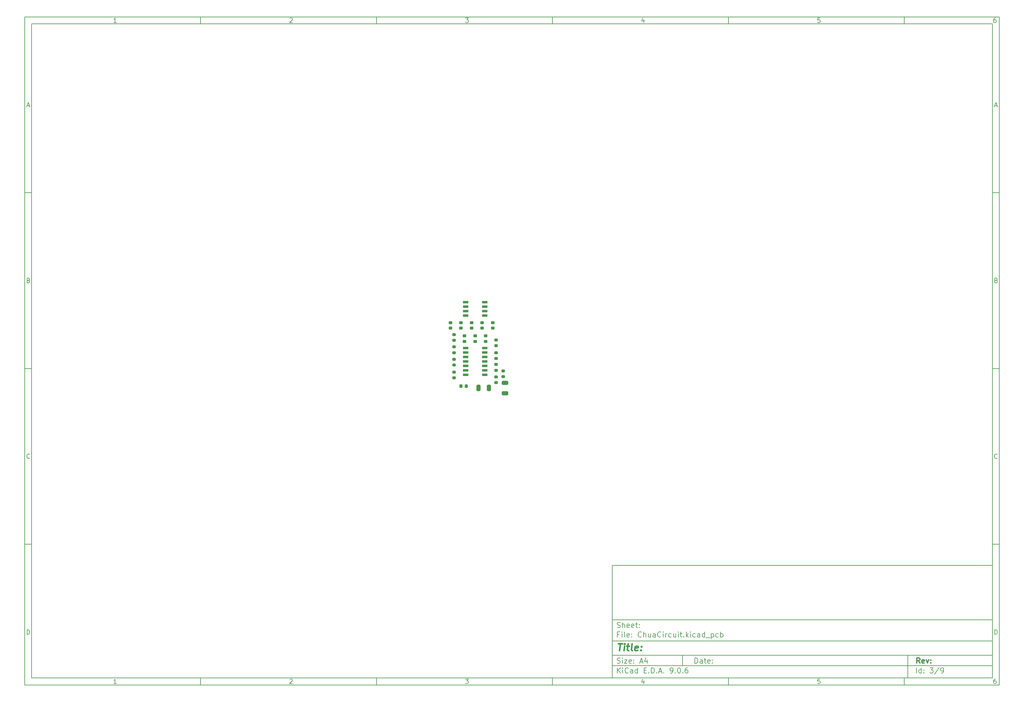
<source format=gtp>
%TF.GenerationSoftware,KiCad,Pcbnew,9.0.6*%
%TF.CreationDate,2025-11-23T22:05:43-07:00*%
%TF.ProjectId,ChuaCircuit,43687561-4369-4726-9375-69742e6b6963,rev?*%
%TF.SameCoordinates,Original*%
%TF.FileFunction,Paste,Top*%
%TF.FilePolarity,Positive*%
%FSLAX46Y46*%
G04 Gerber Fmt 4.6, Leading zero omitted, Abs format (unit mm)*
G04 Created by KiCad (PCBNEW 9.0.6) date 2025-11-23 22:05:43*
%MOMM*%
%LPD*%
G01*
G04 APERTURE LIST*
G04 Aperture macros list*
%AMRoundRect*
0 Rectangle with rounded corners*
0 $1 Rounding radius*
0 $2 $3 $4 $5 $6 $7 $8 $9 X,Y pos of 4 corners*
0 Add a 4 corners polygon primitive as box body*
4,1,4,$2,$3,$4,$5,$6,$7,$8,$9,$2,$3,0*
0 Add four circle primitives for the rounded corners*
1,1,$1+$1,$2,$3*
1,1,$1+$1,$4,$5*
1,1,$1+$1,$6,$7*
1,1,$1+$1,$8,$9*
0 Add four rect primitives between the rounded corners*
20,1,$1+$1,$2,$3,$4,$5,0*
20,1,$1+$1,$4,$5,$6,$7,0*
20,1,$1+$1,$6,$7,$8,$9,0*
20,1,$1+$1,$8,$9,$2,$3,0*%
G04 Aperture macros list end*
%ADD10C,0.100000*%
%ADD11C,0.150000*%
%ADD12C,0.300000*%
%ADD13C,0.400000*%
%ADD14R,1.525000X0.650000*%
%ADD15R,1.525000X0.700000*%
%ADD16RoundRect,0.225000X0.250000X-0.225000X0.250000X0.225000X-0.250000X0.225000X-0.250000X-0.225000X0*%
%ADD17RoundRect,0.200000X-0.275000X0.200000X-0.275000X-0.200000X0.275000X-0.200000X0.275000X0.200000X0*%
%ADD18RoundRect,0.200000X0.275000X-0.200000X0.275000X0.200000X-0.275000X0.200000X-0.275000X-0.200000X0*%
%ADD19RoundRect,0.250000X-0.325000X-0.650000X0.325000X-0.650000X0.325000X0.650000X-0.325000X0.650000X0*%
%ADD20RoundRect,0.225000X-0.225000X-0.250000X0.225000X-0.250000X0.225000X0.250000X-0.225000X0.250000X0*%
%ADD21RoundRect,0.250000X0.650000X-0.325000X0.650000X0.325000X-0.650000X0.325000X-0.650000X-0.325000X0*%
G04 APERTURE END LIST*
D10*
D11*
X177002200Y-166007200D02*
X285002200Y-166007200D01*
X285002200Y-198007200D01*
X177002200Y-198007200D01*
X177002200Y-166007200D01*
D10*
D11*
X10000000Y-10000000D02*
X287002200Y-10000000D01*
X287002200Y-200007200D01*
X10000000Y-200007200D01*
X10000000Y-10000000D01*
D10*
D11*
X12000000Y-12000000D02*
X285002200Y-12000000D01*
X285002200Y-198007200D01*
X12000000Y-198007200D01*
X12000000Y-12000000D01*
D10*
D11*
X60000000Y-12000000D02*
X60000000Y-10000000D01*
D10*
D11*
X110000000Y-12000000D02*
X110000000Y-10000000D01*
D10*
D11*
X160000000Y-12000000D02*
X160000000Y-10000000D01*
D10*
D11*
X210000000Y-12000000D02*
X210000000Y-10000000D01*
D10*
D11*
X260000000Y-12000000D02*
X260000000Y-10000000D01*
D10*
D11*
X36089160Y-11593604D02*
X35346303Y-11593604D01*
X35717731Y-11593604D02*
X35717731Y-10293604D01*
X35717731Y-10293604D02*
X35593922Y-10479319D01*
X35593922Y-10479319D02*
X35470112Y-10603128D01*
X35470112Y-10603128D02*
X35346303Y-10665033D01*
D10*
D11*
X85346303Y-10417414D02*
X85408207Y-10355509D01*
X85408207Y-10355509D02*
X85532017Y-10293604D01*
X85532017Y-10293604D02*
X85841541Y-10293604D01*
X85841541Y-10293604D02*
X85965350Y-10355509D01*
X85965350Y-10355509D02*
X86027255Y-10417414D01*
X86027255Y-10417414D02*
X86089160Y-10541223D01*
X86089160Y-10541223D02*
X86089160Y-10665033D01*
X86089160Y-10665033D02*
X86027255Y-10850747D01*
X86027255Y-10850747D02*
X85284398Y-11593604D01*
X85284398Y-11593604D02*
X86089160Y-11593604D01*
D10*
D11*
X135284398Y-10293604D02*
X136089160Y-10293604D01*
X136089160Y-10293604D02*
X135655826Y-10788842D01*
X135655826Y-10788842D02*
X135841541Y-10788842D01*
X135841541Y-10788842D02*
X135965350Y-10850747D01*
X135965350Y-10850747D02*
X136027255Y-10912652D01*
X136027255Y-10912652D02*
X136089160Y-11036461D01*
X136089160Y-11036461D02*
X136089160Y-11345985D01*
X136089160Y-11345985D02*
X136027255Y-11469795D01*
X136027255Y-11469795D02*
X135965350Y-11531700D01*
X135965350Y-11531700D02*
X135841541Y-11593604D01*
X135841541Y-11593604D02*
X135470112Y-11593604D01*
X135470112Y-11593604D02*
X135346303Y-11531700D01*
X135346303Y-11531700D02*
X135284398Y-11469795D01*
D10*
D11*
X185965350Y-10726938D02*
X185965350Y-11593604D01*
X185655826Y-10231700D02*
X185346303Y-11160271D01*
X185346303Y-11160271D02*
X186151064Y-11160271D01*
D10*
D11*
X236027255Y-10293604D02*
X235408207Y-10293604D01*
X235408207Y-10293604D02*
X235346303Y-10912652D01*
X235346303Y-10912652D02*
X235408207Y-10850747D01*
X235408207Y-10850747D02*
X235532017Y-10788842D01*
X235532017Y-10788842D02*
X235841541Y-10788842D01*
X235841541Y-10788842D02*
X235965350Y-10850747D01*
X235965350Y-10850747D02*
X236027255Y-10912652D01*
X236027255Y-10912652D02*
X236089160Y-11036461D01*
X236089160Y-11036461D02*
X236089160Y-11345985D01*
X236089160Y-11345985D02*
X236027255Y-11469795D01*
X236027255Y-11469795D02*
X235965350Y-11531700D01*
X235965350Y-11531700D02*
X235841541Y-11593604D01*
X235841541Y-11593604D02*
X235532017Y-11593604D01*
X235532017Y-11593604D02*
X235408207Y-11531700D01*
X235408207Y-11531700D02*
X235346303Y-11469795D01*
D10*
D11*
X285965350Y-10293604D02*
X285717731Y-10293604D01*
X285717731Y-10293604D02*
X285593922Y-10355509D01*
X285593922Y-10355509D02*
X285532017Y-10417414D01*
X285532017Y-10417414D02*
X285408207Y-10603128D01*
X285408207Y-10603128D02*
X285346303Y-10850747D01*
X285346303Y-10850747D02*
X285346303Y-11345985D01*
X285346303Y-11345985D02*
X285408207Y-11469795D01*
X285408207Y-11469795D02*
X285470112Y-11531700D01*
X285470112Y-11531700D02*
X285593922Y-11593604D01*
X285593922Y-11593604D02*
X285841541Y-11593604D01*
X285841541Y-11593604D02*
X285965350Y-11531700D01*
X285965350Y-11531700D02*
X286027255Y-11469795D01*
X286027255Y-11469795D02*
X286089160Y-11345985D01*
X286089160Y-11345985D02*
X286089160Y-11036461D01*
X286089160Y-11036461D02*
X286027255Y-10912652D01*
X286027255Y-10912652D02*
X285965350Y-10850747D01*
X285965350Y-10850747D02*
X285841541Y-10788842D01*
X285841541Y-10788842D02*
X285593922Y-10788842D01*
X285593922Y-10788842D02*
X285470112Y-10850747D01*
X285470112Y-10850747D02*
X285408207Y-10912652D01*
X285408207Y-10912652D02*
X285346303Y-11036461D01*
D10*
D11*
X60000000Y-198007200D02*
X60000000Y-200007200D01*
D10*
D11*
X110000000Y-198007200D02*
X110000000Y-200007200D01*
D10*
D11*
X160000000Y-198007200D02*
X160000000Y-200007200D01*
D10*
D11*
X210000000Y-198007200D02*
X210000000Y-200007200D01*
D10*
D11*
X260000000Y-198007200D02*
X260000000Y-200007200D01*
D10*
D11*
X36089160Y-199600804D02*
X35346303Y-199600804D01*
X35717731Y-199600804D02*
X35717731Y-198300804D01*
X35717731Y-198300804D02*
X35593922Y-198486519D01*
X35593922Y-198486519D02*
X35470112Y-198610328D01*
X35470112Y-198610328D02*
X35346303Y-198672233D01*
D10*
D11*
X85346303Y-198424614D02*
X85408207Y-198362709D01*
X85408207Y-198362709D02*
X85532017Y-198300804D01*
X85532017Y-198300804D02*
X85841541Y-198300804D01*
X85841541Y-198300804D02*
X85965350Y-198362709D01*
X85965350Y-198362709D02*
X86027255Y-198424614D01*
X86027255Y-198424614D02*
X86089160Y-198548423D01*
X86089160Y-198548423D02*
X86089160Y-198672233D01*
X86089160Y-198672233D02*
X86027255Y-198857947D01*
X86027255Y-198857947D02*
X85284398Y-199600804D01*
X85284398Y-199600804D02*
X86089160Y-199600804D01*
D10*
D11*
X135284398Y-198300804D02*
X136089160Y-198300804D01*
X136089160Y-198300804D02*
X135655826Y-198796042D01*
X135655826Y-198796042D02*
X135841541Y-198796042D01*
X135841541Y-198796042D02*
X135965350Y-198857947D01*
X135965350Y-198857947D02*
X136027255Y-198919852D01*
X136027255Y-198919852D02*
X136089160Y-199043661D01*
X136089160Y-199043661D02*
X136089160Y-199353185D01*
X136089160Y-199353185D02*
X136027255Y-199476995D01*
X136027255Y-199476995D02*
X135965350Y-199538900D01*
X135965350Y-199538900D02*
X135841541Y-199600804D01*
X135841541Y-199600804D02*
X135470112Y-199600804D01*
X135470112Y-199600804D02*
X135346303Y-199538900D01*
X135346303Y-199538900D02*
X135284398Y-199476995D01*
D10*
D11*
X185965350Y-198734138D02*
X185965350Y-199600804D01*
X185655826Y-198238900D02*
X185346303Y-199167471D01*
X185346303Y-199167471D02*
X186151064Y-199167471D01*
D10*
D11*
X236027255Y-198300804D02*
X235408207Y-198300804D01*
X235408207Y-198300804D02*
X235346303Y-198919852D01*
X235346303Y-198919852D02*
X235408207Y-198857947D01*
X235408207Y-198857947D02*
X235532017Y-198796042D01*
X235532017Y-198796042D02*
X235841541Y-198796042D01*
X235841541Y-198796042D02*
X235965350Y-198857947D01*
X235965350Y-198857947D02*
X236027255Y-198919852D01*
X236027255Y-198919852D02*
X236089160Y-199043661D01*
X236089160Y-199043661D02*
X236089160Y-199353185D01*
X236089160Y-199353185D02*
X236027255Y-199476995D01*
X236027255Y-199476995D02*
X235965350Y-199538900D01*
X235965350Y-199538900D02*
X235841541Y-199600804D01*
X235841541Y-199600804D02*
X235532017Y-199600804D01*
X235532017Y-199600804D02*
X235408207Y-199538900D01*
X235408207Y-199538900D02*
X235346303Y-199476995D01*
D10*
D11*
X285965350Y-198300804D02*
X285717731Y-198300804D01*
X285717731Y-198300804D02*
X285593922Y-198362709D01*
X285593922Y-198362709D02*
X285532017Y-198424614D01*
X285532017Y-198424614D02*
X285408207Y-198610328D01*
X285408207Y-198610328D02*
X285346303Y-198857947D01*
X285346303Y-198857947D02*
X285346303Y-199353185D01*
X285346303Y-199353185D02*
X285408207Y-199476995D01*
X285408207Y-199476995D02*
X285470112Y-199538900D01*
X285470112Y-199538900D02*
X285593922Y-199600804D01*
X285593922Y-199600804D02*
X285841541Y-199600804D01*
X285841541Y-199600804D02*
X285965350Y-199538900D01*
X285965350Y-199538900D02*
X286027255Y-199476995D01*
X286027255Y-199476995D02*
X286089160Y-199353185D01*
X286089160Y-199353185D02*
X286089160Y-199043661D01*
X286089160Y-199043661D02*
X286027255Y-198919852D01*
X286027255Y-198919852D02*
X285965350Y-198857947D01*
X285965350Y-198857947D02*
X285841541Y-198796042D01*
X285841541Y-198796042D02*
X285593922Y-198796042D01*
X285593922Y-198796042D02*
X285470112Y-198857947D01*
X285470112Y-198857947D02*
X285408207Y-198919852D01*
X285408207Y-198919852D02*
X285346303Y-199043661D01*
D10*
D11*
X10000000Y-60000000D02*
X12000000Y-60000000D01*
D10*
D11*
X10000000Y-110000000D02*
X12000000Y-110000000D01*
D10*
D11*
X10000000Y-160000000D02*
X12000000Y-160000000D01*
D10*
D11*
X10690476Y-35222176D02*
X11309523Y-35222176D01*
X10566666Y-35593604D02*
X10999999Y-34293604D01*
X10999999Y-34293604D02*
X11433333Y-35593604D01*
D10*
D11*
X11092857Y-84912652D02*
X11278571Y-84974557D01*
X11278571Y-84974557D02*
X11340476Y-85036461D01*
X11340476Y-85036461D02*
X11402380Y-85160271D01*
X11402380Y-85160271D02*
X11402380Y-85345985D01*
X11402380Y-85345985D02*
X11340476Y-85469795D01*
X11340476Y-85469795D02*
X11278571Y-85531700D01*
X11278571Y-85531700D02*
X11154761Y-85593604D01*
X11154761Y-85593604D02*
X10659523Y-85593604D01*
X10659523Y-85593604D02*
X10659523Y-84293604D01*
X10659523Y-84293604D02*
X11092857Y-84293604D01*
X11092857Y-84293604D02*
X11216666Y-84355509D01*
X11216666Y-84355509D02*
X11278571Y-84417414D01*
X11278571Y-84417414D02*
X11340476Y-84541223D01*
X11340476Y-84541223D02*
X11340476Y-84665033D01*
X11340476Y-84665033D02*
X11278571Y-84788842D01*
X11278571Y-84788842D02*
X11216666Y-84850747D01*
X11216666Y-84850747D02*
X11092857Y-84912652D01*
X11092857Y-84912652D02*
X10659523Y-84912652D01*
D10*
D11*
X11402380Y-135469795D02*
X11340476Y-135531700D01*
X11340476Y-135531700D02*
X11154761Y-135593604D01*
X11154761Y-135593604D02*
X11030952Y-135593604D01*
X11030952Y-135593604D02*
X10845238Y-135531700D01*
X10845238Y-135531700D02*
X10721428Y-135407890D01*
X10721428Y-135407890D02*
X10659523Y-135284080D01*
X10659523Y-135284080D02*
X10597619Y-135036461D01*
X10597619Y-135036461D02*
X10597619Y-134850747D01*
X10597619Y-134850747D02*
X10659523Y-134603128D01*
X10659523Y-134603128D02*
X10721428Y-134479319D01*
X10721428Y-134479319D02*
X10845238Y-134355509D01*
X10845238Y-134355509D02*
X11030952Y-134293604D01*
X11030952Y-134293604D02*
X11154761Y-134293604D01*
X11154761Y-134293604D02*
X11340476Y-134355509D01*
X11340476Y-134355509D02*
X11402380Y-134417414D01*
D10*
D11*
X10659523Y-185593604D02*
X10659523Y-184293604D01*
X10659523Y-184293604D02*
X10969047Y-184293604D01*
X10969047Y-184293604D02*
X11154761Y-184355509D01*
X11154761Y-184355509D02*
X11278571Y-184479319D01*
X11278571Y-184479319D02*
X11340476Y-184603128D01*
X11340476Y-184603128D02*
X11402380Y-184850747D01*
X11402380Y-184850747D02*
X11402380Y-185036461D01*
X11402380Y-185036461D02*
X11340476Y-185284080D01*
X11340476Y-185284080D02*
X11278571Y-185407890D01*
X11278571Y-185407890D02*
X11154761Y-185531700D01*
X11154761Y-185531700D02*
X10969047Y-185593604D01*
X10969047Y-185593604D02*
X10659523Y-185593604D01*
D10*
D11*
X287002200Y-60000000D02*
X285002200Y-60000000D01*
D10*
D11*
X287002200Y-110000000D02*
X285002200Y-110000000D01*
D10*
D11*
X287002200Y-160000000D02*
X285002200Y-160000000D01*
D10*
D11*
X285692676Y-35222176D02*
X286311723Y-35222176D01*
X285568866Y-35593604D02*
X286002199Y-34293604D01*
X286002199Y-34293604D02*
X286435533Y-35593604D01*
D10*
D11*
X286095057Y-84912652D02*
X286280771Y-84974557D01*
X286280771Y-84974557D02*
X286342676Y-85036461D01*
X286342676Y-85036461D02*
X286404580Y-85160271D01*
X286404580Y-85160271D02*
X286404580Y-85345985D01*
X286404580Y-85345985D02*
X286342676Y-85469795D01*
X286342676Y-85469795D02*
X286280771Y-85531700D01*
X286280771Y-85531700D02*
X286156961Y-85593604D01*
X286156961Y-85593604D02*
X285661723Y-85593604D01*
X285661723Y-85593604D02*
X285661723Y-84293604D01*
X285661723Y-84293604D02*
X286095057Y-84293604D01*
X286095057Y-84293604D02*
X286218866Y-84355509D01*
X286218866Y-84355509D02*
X286280771Y-84417414D01*
X286280771Y-84417414D02*
X286342676Y-84541223D01*
X286342676Y-84541223D02*
X286342676Y-84665033D01*
X286342676Y-84665033D02*
X286280771Y-84788842D01*
X286280771Y-84788842D02*
X286218866Y-84850747D01*
X286218866Y-84850747D02*
X286095057Y-84912652D01*
X286095057Y-84912652D02*
X285661723Y-84912652D01*
D10*
D11*
X286404580Y-135469795D02*
X286342676Y-135531700D01*
X286342676Y-135531700D02*
X286156961Y-135593604D01*
X286156961Y-135593604D02*
X286033152Y-135593604D01*
X286033152Y-135593604D02*
X285847438Y-135531700D01*
X285847438Y-135531700D02*
X285723628Y-135407890D01*
X285723628Y-135407890D02*
X285661723Y-135284080D01*
X285661723Y-135284080D02*
X285599819Y-135036461D01*
X285599819Y-135036461D02*
X285599819Y-134850747D01*
X285599819Y-134850747D02*
X285661723Y-134603128D01*
X285661723Y-134603128D02*
X285723628Y-134479319D01*
X285723628Y-134479319D02*
X285847438Y-134355509D01*
X285847438Y-134355509D02*
X286033152Y-134293604D01*
X286033152Y-134293604D02*
X286156961Y-134293604D01*
X286156961Y-134293604D02*
X286342676Y-134355509D01*
X286342676Y-134355509D02*
X286404580Y-134417414D01*
D10*
D11*
X285661723Y-185593604D02*
X285661723Y-184293604D01*
X285661723Y-184293604D02*
X285971247Y-184293604D01*
X285971247Y-184293604D02*
X286156961Y-184355509D01*
X286156961Y-184355509D02*
X286280771Y-184479319D01*
X286280771Y-184479319D02*
X286342676Y-184603128D01*
X286342676Y-184603128D02*
X286404580Y-184850747D01*
X286404580Y-184850747D02*
X286404580Y-185036461D01*
X286404580Y-185036461D02*
X286342676Y-185284080D01*
X286342676Y-185284080D02*
X286280771Y-185407890D01*
X286280771Y-185407890D02*
X286156961Y-185531700D01*
X286156961Y-185531700D02*
X285971247Y-185593604D01*
X285971247Y-185593604D02*
X285661723Y-185593604D01*
D10*
D11*
X200458026Y-193793328D02*
X200458026Y-192293328D01*
X200458026Y-192293328D02*
X200815169Y-192293328D01*
X200815169Y-192293328D02*
X201029455Y-192364757D01*
X201029455Y-192364757D02*
X201172312Y-192507614D01*
X201172312Y-192507614D02*
X201243741Y-192650471D01*
X201243741Y-192650471D02*
X201315169Y-192936185D01*
X201315169Y-192936185D02*
X201315169Y-193150471D01*
X201315169Y-193150471D02*
X201243741Y-193436185D01*
X201243741Y-193436185D02*
X201172312Y-193579042D01*
X201172312Y-193579042D02*
X201029455Y-193721900D01*
X201029455Y-193721900D02*
X200815169Y-193793328D01*
X200815169Y-193793328D02*
X200458026Y-193793328D01*
X202600884Y-193793328D02*
X202600884Y-193007614D01*
X202600884Y-193007614D02*
X202529455Y-192864757D01*
X202529455Y-192864757D02*
X202386598Y-192793328D01*
X202386598Y-192793328D02*
X202100884Y-192793328D01*
X202100884Y-192793328D02*
X201958026Y-192864757D01*
X202600884Y-193721900D02*
X202458026Y-193793328D01*
X202458026Y-193793328D02*
X202100884Y-193793328D01*
X202100884Y-193793328D02*
X201958026Y-193721900D01*
X201958026Y-193721900D02*
X201886598Y-193579042D01*
X201886598Y-193579042D02*
X201886598Y-193436185D01*
X201886598Y-193436185D02*
X201958026Y-193293328D01*
X201958026Y-193293328D02*
X202100884Y-193221900D01*
X202100884Y-193221900D02*
X202458026Y-193221900D01*
X202458026Y-193221900D02*
X202600884Y-193150471D01*
X203100884Y-192793328D02*
X203672312Y-192793328D01*
X203315169Y-192293328D02*
X203315169Y-193579042D01*
X203315169Y-193579042D02*
X203386598Y-193721900D01*
X203386598Y-193721900D02*
X203529455Y-193793328D01*
X203529455Y-193793328D02*
X203672312Y-193793328D01*
X204743741Y-193721900D02*
X204600884Y-193793328D01*
X204600884Y-193793328D02*
X204315170Y-193793328D01*
X204315170Y-193793328D02*
X204172312Y-193721900D01*
X204172312Y-193721900D02*
X204100884Y-193579042D01*
X204100884Y-193579042D02*
X204100884Y-193007614D01*
X204100884Y-193007614D02*
X204172312Y-192864757D01*
X204172312Y-192864757D02*
X204315170Y-192793328D01*
X204315170Y-192793328D02*
X204600884Y-192793328D01*
X204600884Y-192793328D02*
X204743741Y-192864757D01*
X204743741Y-192864757D02*
X204815170Y-193007614D01*
X204815170Y-193007614D02*
X204815170Y-193150471D01*
X204815170Y-193150471D02*
X204100884Y-193293328D01*
X205458026Y-193650471D02*
X205529455Y-193721900D01*
X205529455Y-193721900D02*
X205458026Y-193793328D01*
X205458026Y-193793328D02*
X205386598Y-193721900D01*
X205386598Y-193721900D02*
X205458026Y-193650471D01*
X205458026Y-193650471D02*
X205458026Y-193793328D01*
X205458026Y-192864757D02*
X205529455Y-192936185D01*
X205529455Y-192936185D02*
X205458026Y-193007614D01*
X205458026Y-193007614D02*
X205386598Y-192936185D01*
X205386598Y-192936185D02*
X205458026Y-192864757D01*
X205458026Y-192864757D02*
X205458026Y-193007614D01*
D10*
D11*
X177002200Y-194507200D02*
X285002200Y-194507200D01*
D10*
D11*
X178458026Y-196593328D02*
X178458026Y-195093328D01*
X179315169Y-196593328D02*
X178672312Y-195736185D01*
X179315169Y-195093328D02*
X178458026Y-195950471D01*
X179958026Y-196593328D02*
X179958026Y-195593328D01*
X179958026Y-195093328D02*
X179886598Y-195164757D01*
X179886598Y-195164757D02*
X179958026Y-195236185D01*
X179958026Y-195236185D02*
X180029455Y-195164757D01*
X180029455Y-195164757D02*
X179958026Y-195093328D01*
X179958026Y-195093328D02*
X179958026Y-195236185D01*
X181529455Y-196450471D02*
X181458027Y-196521900D01*
X181458027Y-196521900D02*
X181243741Y-196593328D01*
X181243741Y-196593328D02*
X181100884Y-196593328D01*
X181100884Y-196593328D02*
X180886598Y-196521900D01*
X180886598Y-196521900D02*
X180743741Y-196379042D01*
X180743741Y-196379042D02*
X180672312Y-196236185D01*
X180672312Y-196236185D02*
X180600884Y-195950471D01*
X180600884Y-195950471D02*
X180600884Y-195736185D01*
X180600884Y-195736185D02*
X180672312Y-195450471D01*
X180672312Y-195450471D02*
X180743741Y-195307614D01*
X180743741Y-195307614D02*
X180886598Y-195164757D01*
X180886598Y-195164757D02*
X181100884Y-195093328D01*
X181100884Y-195093328D02*
X181243741Y-195093328D01*
X181243741Y-195093328D02*
X181458027Y-195164757D01*
X181458027Y-195164757D02*
X181529455Y-195236185D01*
X182815170Y-196593328D02*
X182815170Y-195807614D01*
X182815170Y-195807614D02*
X182743741Y-195664757D01*
X182743741Y-195664757D02*
X182600884Y-195593328D01*
X182600884Y-195593328D02*
X182315170Y-195593328D01*
X182315170Y-195593328D02*
X182172312Y-195664757D01*
X182815170Y-196521900D02*
X182672312Y-196593328D01*
X182672312Y-196593328D02*
X182315170Y-196593328D01*
X182315170Y-196593328D02*
X182172312Y-196521900D01*
X182172312Y-196521900D02*
X182100884Y-196379042D01*
X182100884Y-196379042D02*
X182100884Y-196236185D01*
X182100884Y-196236185D02*
X182172312Y-196093328D01*
X182172312Y-196093328D02*
X182315170Y-196021900D01*
X182315170Y-196021900D02*
X182672312Y-196021900D01*
X182672312Y-196021900D02*
X182815170Y-195950471D01*
X184172313Y-196593328D02*
X184172313Y-195093328D01*
X184172313Y-196521900D02*
X184029455Y-196593328D01*
X184029455Y-196593328D02*
X183743741Y-196593328D01*
X183743741Y-196593328D02*
X183600884Y-196521900D01*
X183600884Y-196521900D02*
X183529455Y-196450471D01*
X183529455Y-196450471D02*
X183458027Y-196307614D01*
X183458027Y-196307614D02*
X183458027Y-195879042D01*
X183458027Y-195879042D02*
X183529455Y-195736185D01*
X183529455Y-195736185D02*
X183600884Y-195664757D01*
X183600884Y-195664757D02*
X183743741Y-195593328D01*
X183743741Y-195593328D02*
X184029455Y-195593328D01*
X184029455Y-195593328D02*
X184172313Y-195664757D01*
X186029455Y-195807614D02*
X186529455Y-195807614D01*
X186743741Y-196593328D02*
X186029455Y-196593328D01*
X186029455Y-196593328D02*
X186029455Y-195093328D01*
X186029455Y-195093328D02*
X186743741Y-195093328D01*
X187386598Y-196450471D02*
X187458027Y-196521900D01*
X187458027Y-196521900D02*
X187386598Y-196593328D01*
X187386598Y-196593328D02*
X187315170Y-196521900D01*
X187315170Y-196521900D02*
X187386598Y-196450471D01*
X187386598Y-196450471D02*
X187386598Y-196593328D01*
X188100884Y-196593328D02*
X188100884Y-195093328D01*
X188100884Y-195093328D02*
X188458027Y-195093328D01*
X188458027Y-195093328D02*
X188672313Y-195164757D01*
X188672313Y-195164757D02*
X188815170Y-195307614D01*
X188815170Y-195307614D02*
X188886599Y-195450471D01*
X188886599Y-195450471D02*
X188958027Y-195736185D01*
X188958027Y-195736185D02*
X188958027Y-195950471D01*
X188958027Y-195950471D02*
X188886599Y-196236185D01*
X188886599Y-196236185D02*
X188815170Y-196379042D01*
X188815170Y-196379042D02*
X188672313Y-196521900D01*
X188672313Y-196521900D02*
X188458027Y-196593328D01*
X188458027Y-196593328D02*
X188100884Y-196593328D01*
X189600884Y-196450471D02*
X189672313Y-196521900D01*
X189672313Y-196521900D02*
X189600884Y-196593328D01*
X189600884Y-196593328D02*
X189529456Y-196521900D01*
X189529456Y-196521900D02*
X189600884Y-196450471D01*
X189600884Y-196450471D02*
X189600884Y-196593328D01*
X190243742Y-196164757D02*
X190958028Y-196164757D01*
X190100885Y-196593328D02*
X190600885Y-195093328D01*
X190600885Y-195093328D02*
X191100885Y-196593328D01*
X191600884Y-196450471D02*
X191672313Y-196521900D01*
X191672313Y-196521900D02*
X191600884Y-196593328D01*
X191600884Y-196593328D02*
X191529456Y-196521900D01*
X191529456Y-196521900D02*
X191600884Y-196450471D01*
X191600884Y-196450471D02*
X191600884Y-196593328D01*
X193529456Y-196593328D02*
X193815170Y-196593328D01*
X193815170Y-196593328D02*
X193958027Y-196521900D01*
X193958027Y-196521900D02*
X194029456Y-196450471D01*
X194029456Y-196450471D02*
X194172313Y-196236185D01*
X194172313Y-196236185D02*
X194243742Y-195950471D01*
X194243742Y-195950471D02*
X194243742Y-195379042D01*
X194243742Y-195379042D02*
X194172313Y-195236185D01*
X194172313Y-195236185D02*
X194100885Y-195164757D01*
X194100885Y-195164757D02*
X193958027Y-195093328D01*
X193958027Y-195093328D02*
X193672313Y-195093328D01*
X193672313Y-195093328D02*
X193529456Y-195164757D01*
X193529456Y-195164757D02*
X193458027Y-195236185D01*
X193458027Y-195236185D02*
X193386599Y-195379042D01*
X193386599Y-195379042D02*
X193386599Y-195736185D01*
X193386599Y-195736185D02*
X193458027Y-195879042D01*
X193458027Y-195879042D02*
X193529456Y-195950471D01*
X193529456Y-195950471D02*
X193672313Y-196021900D01*
X193672313Y-196021900D02*
X193958027Y-196021900D01*
X193958027Y-196021900D02*
X194100885Y-195950471D01*
X194100885Y-195950471D02*
X194172313Y-195879042D01*
X194172313Y-195879042D02*
X194243742Y-195736185D01*
X194886598Y-196450471D02*
X194958027Y-196521900D01*
X194958027Y-196521900D02*
X194886598Y-196593328D01*
X194886598Y-196593328D02*
X194815170Y-196521900D01*
X194815170Y-196521900D02*
X194886598Y-196450471D01*
X194886598Y-196450471D02*
X194886598Y-196593328D01*
X195886599Y-195093328D02*
X196029456Y-195093328D01*
X196029456Y-195093328D02*
X196172313Y-195164757D01*
X196172313Y-195164757D02*
X196243742Y-195236185D01*
X196243742Y-195236185D02*
X196315170Y-195379042D01*
X196315170Y-195379042D02*
X196386599Y-195664757D01*
X196386599Y-195664757D02*
X196386599Y-196021900D01*
X196386599Y-196021900D02*
X196315170Y-196307614D01*
X196315170Y-196307614D02*
X196243742Y-196450471D01*
X196243742Y-196450471D02*
X196172313Y-196521900D01*
X196172313Y-196521900D02*
X196029456Y-196593328D01*
X196029456Y-196593328D02*
X195886599Y-196593328D01*
X195886599Y-196593328D02*
X195743742Y-196521900D01*
X195743742Y-196521900D02*
X195672313Y-196450471D01*
X195672313Y-196450471D02*
X195600884Y-196307614D01*
X195600884Y-196307614D02*
X195529456Y-196021900D01*
X195529456Y-196021900D02*
X195529456Y-195664757D01*
X195529456Y-195664757D02*
X195600884Y-195379042D01*
X195600884Y-195379042D02*
X195672313Y-195236185D01*
X195672313Y-195236185D02*
X195743742Y-195164757D01*
X195743742Y-195164757D02*
X195886599Y-195093328D01*
X197029455Y-196450471D02*
X197100884Y-196521900D01*
X197100884Y-196521900D02*
X197029455Y-196593328D01*
X197029455Y-196593328D02*
X196958027Y-196521900D01*
X196958027Y-196521900D02*
X197029455Y-196450471D01*
X197029455Y-196450471D02*
X197029455Y-196593328D01*
X198386599Y-195093328D02*
X198100884Y-195093328D01*
X198100884Y-195093328D02*
X197958027Y-195164757D01*
X197958027Y-195164757D02*
X197886599Y-195236185D01*
X197886599Y-195236185D02*
X197743741Y-195450471D01*
X197743741Y-195450471D02*
X197672313Y-195736185D01*
X197672313Y-195736185D02*
X197672313Y-196307614D01*
X197672313Y-196307614D02*
X197743741Y-196450471D01*
X197743741Y-196450471D02*
X197815170Y-196521900D01*
X197815170Y-196521900D02*
X197958027Y-196593328D01*
X197958027Y-196593328D02*
X198243741Y-196593328D01*
X198243741Y-196593328D02*
X198386599Y-196521900D01*
X198386599Y-196521900D02*
X198458027Y-196450471D01*
X198458027Y-196450471D02*
X198529456Y-196307614D01*
X198529456Y-196307614D02*
X198529456Y-195950471D01*
X198529456Y-195950471D02*
X198458027Y-195807614D01*
X198458027Y-195807614D02*
X198386599Y-195736185D01*
X198386599Y-195736185D02*
X198243741Y-195664757D01*
X198243741Y-195664757D02*
X197958027Y-195664757D01*
X197958027Y-195664757D02*
X197815170Y-195736185D01*
X197815170Y-195736185D02*
X197743741Y-195807614D01*
X197743741Y-195807614D02*
X197672313Y-195950471D01*
D10*
D11*
X177002200Y-191507200D02*
X285002200Y-191507200D01*
D10*
D12*
X264413853Y-193785528D02*
X263913853Y-193071242D01*
X263556710Y-193785528D02*
X263556710Y-192285528D01*
X263556710Y-192285528D02*
X264128139Y-192285528D01*
X264128139Y-192285528D02*
X264270996Y-192356957D01*
X264270996Y-192356957D02*
X264342425Y-192428385D01*
X264342425Y-192428385D02*
X264413853Y-192571242D01*
X264413853Y-192571242D02*
X264413853Y-192785528D01*
X264413853Y-192785528D02*
X264342425Y-192928385D01*
X264342425Y-192928385D02*
X264270996Y-192999814D01*
X264270996Y-192999814D02*
X264128139Y-193071242D01*
X264128139Y-193071242D02*
X263556710Y-193071242D01*
X265628139Y-193714100D02*
X265485282Y-193785528D01*
X265485282Y-193785528D02*
X265199568Y-193785528D01*
X265199568Y-193785528D02*
X265056710Y-193714100D01*
X265056710Y-193714100D02*
X264985282Y-193571242D01*
X264985282Y-193571242D02*
X264985282Y-192999814D01*
X264985282Y-192999814D02*
X265056710Y-192856957D01*
X265056710Y-192856957D02*
X265199568Y-192785528D01*
X265199568Y-192785528D02*
X265485282Y-192785528D01*
X265485282Y-192785528D02*
X265628139Y-192856957D01*
X265628139Y-192856957D02*
X265699568Y-192999814D01*
X265699568Y-192999814D02*
X265699568Y-193142671D01*
X265699568Y-193142671D02*
X264985282Y-193285528D01*
X266199567Y-192785528D02*
X266556710Y-193785528D01*
X266556710Y-193785528D02*
X266913853Y-192785528D01*
X267485281Y-193642671D02*
X267556710Y-193714100D01*
X267556710Y-193714100D02*
X267485281Y-193785528D01*
X267485281Y-193785528D02*
X267413853Y-193714100D01*
X267413853Y-193714100D02*
X267485281Y-193642671D01*
X267485281Y-193642671D02*
X267485281Y-193785528D01*
X267485281Y-192856957D02*
X267556710Y-192928385D01*
X267556710Y-192928385D02*
X267485281Y-192999814D01*
X267485281Y-192999814D02*
X267413853Y-192928385D01*
X267413853Y-192928385D02*
X267485281Y-192856957D01*
X267485281Y-192856957D02*
X267485281Y-192999814D01*
D10*
D11*
X178386598Y-193721900D02*
X178600884Y-193793328D01*
X178600884Y-193793328D02*
X178958026Y-193793328D01*
X178958026Y-193793328D02*
X179100884Y-193721900D01*
X179100884Y-193721900D02*
X179172312Y-193650471D01*
X179172312Y-193650471D02*
X179243741Y-193507614D01*
X179243741Y-193507614D02*
X179243741Y-193364757D01*
X179243741Y-193364757D02*
X179172312Y-193221900D01*
X179172312Y-193221900D02*
X179100884Y-193150471D01*
X179100884Y-193150471D02*
X178958026Y-193079042D01*
X178958026Y-193079042D02*
X178672312Y-193007614D01*
X178672312Y-193007614D02*
X178529455Y-192936185D01*
X178529455Y-192936185D02*
X178458026Y-192864757D01*
X178458026Y-192864757D02*
X178386598Y-192721900D01*
X178386598Y-192721900D02*
X178386598Y-192579042D01*
X178386598Y-192579042D02*
X178458026Y-192436185D01*
X178458026Y-192436185D02*
X178529455Y-192364757D01*
X178529455Y-192364757D02*
X178672312Y-192293328D01*
X178672312Y-192293328D02*
X179029455Y-192293328D01*
X179029455Y-192293328D02*
X179243741Y-192364757D01*
X179886597Y-193793328D02*
X179886597Y-192793328D01*
X179886597Y-192293328D02*
X179815169Y-192364757D01*
X179815169Y-192364757D02*
X179886597Y-192436185D01*
X179886597Y-192436185D02*
X179958026Y-192364757D01*
X179958026Y-192364757D02*
X179886597Y-192293328D01*
X179886597Y-192293328D02*
X179886597Y-192436185D01*
X180458026Y-192793328D02*
X181243741Y-192793328D01*
X181243741Y-192793328D02*
X180458026Y-193793328D01*
X180458026Y-193793328D02*
X181243741Y-193793328D01*
X182386598Y-193721900D02*
X182243741Y-193793328D01*
X182243741Y-193793328D02*
X181958027Y-193793328D01*
X181958027Y-193793328D02*
X181815169Y-193721900D01*
X181815169Y-193721900D02*
X181743741Y-193579042D01*
X181743741Y-193579042D02*
X181743741Y-193007614D01*
X181743741Y-193007614D02*
X181815169Y-192864757D01*
X181815169Y-192864757D02*
X181958027Y-192793328D01*
X181958027Y-192793328D02*
X182243741Y-192793328D01*
X182243741Y-192793328D02*
X182386598Y-192864757D01*
X182386598Y-192864757D02*
X182458027Y-193007614D01*
X182458027Y-193007614D02*
X182458027Y-193150471D01*
X182458027Y-193150471D02*
X181743741Y-193293328D01*
X183100883Y-193650471D02*
X183172312Y-193721900D01*
X183172312Y-193721900D02*
X183100883Y-193793328D01*
X183100883Y-193793328D02*
X183029455Y-193721900D01*
X183029455Y-193721900D02*
X183100883Y-193650471D01*
X183100883Y-193650471D02*
X183100883Y-193793328D01*
X183100883Y-192864757D02*
X183172312Y-192936185D01*
X183172312Y-192936185D02*
X183100883Y-193007614D01*
X183100883Y-193007614D02*
X183029455Y-192936185D01*
X183029455Y-192936185D02*
X183100883Y-192864757D01*
X183100883Y-192864757D02*
X183100883Y-193007614D01*
X184886598Y-193364757D02*
X185600884Y-193364757D01*
X184743741Y-193793328D02*
X185243741Y-192293328D01*
X185243741Y-192293328D02*
X185743741Y-193793328D01*
X186886598Y-192793328D02*
X186886598Y-193793328D01*
X186529455Y-192221900D02*
X186172312Y-193293328D01*
X186172312Y-193293328D02*
X187100883Y-193293328D01*
D10*
D11*
X263458026Y-196593328D02*
X263458026Y-195093328D01*
X264815170Y-196593328D02*
X264815170Y-195093328D01*
X264815170Y-196521900D02*
X264672312Y-196593328D01*
X264672312Y-196593328D02*
X264386598Y-196593328D01*
X264386598Y-196593328D02*
X264243741Y-196521900D01*
X264243741Y-196521900D02*
X264172312Y-196450471D01*
X264172312Y-196450471D02*
X264100884Y-196307614D01*
X264100884Y-196307614D02*
X264100884Y-195879042D01*
X264100884Y-195879042D02*
X264172312Y-195736185D01*
X264172312Y-195736185D02*
X264243741Y-195664757D01*
X264243741Y-195664757D02*
X264386598Y-195593328D01*
X264386598Y-195593328D02*
X264672312Y-195593328D01*
X264672312Y-195593328D02*
X264815170Y-195664757D01*
X265529455Y-196450471D02*
X265600884Y-196521900D01*
X265600884Y-196521900D02*
X265529455Y-196593328D01*
X265529455Y-196593328D02*
X265458027Y-196521900D01*
X265458027Y-196521900D02*
X265529455Y-196450471D01*
X265529455Y-196450471D02*
X265529455Y-196593328D01*
X265529455Y-195664757D02*
X265600884Y-195736185D01*
X265600884Y-195736185D02*
X265529455Y-195807614D01*
X265529455Y-195807614D02*
X265458027Y-195736185D01*
X265458027Y-195736185D02*
X265529455Y-195664757D01*
X265529455Y-195664757D02*
X265529455Y-195807614D01*
X267243741Y-195093328D02*
X268172313Y-195093328D01*
X268172313Y-195093328D02*
X267672313Y-195664757D01*
X267672313Y-195664757D02*
X267886598Y-195664757D01*
X267886598Y-195664757D02*
X268029456Y-195736185D01*
X268029456Y-195736185D02*
X268100884Y-195807614D01*
X268100884Y-195807614D02*
X268172313Y-195950471D01*
X268172313Y-195950471D02*
X268172313Y-196307614D01*
X268172313Y-196307614D02*
X268100884Y-196450471D01*
X268100884Y-196450471D02*
X268029456Y-196521900D01*
X268029456Y-196521900D02*
X267886598Y-196593328D01*
X267886598Y-196593328D02*
X267458027Y-196593328D01*
X267458027Y-196593328D02*
X267315170Y-196521900D01*
X267315170Y-196521900D02*
X267243741Y-196450471D01*
X269886598Y-195021900D02*
X268600884Y-196950471D01*
X270458027Y-196593328D02*
X270743741Y-196593328D01*
X270743741Y-196593328D02*
X270886598Y-196521900D01*
X270886598Y-196521900D02*
X270958027Y-196450471D01*
X270958027Y-196450471D02*
X271100884Y-196236185D01*
X271100884Y-196236185D02*
X271172313Y-195950471D01*
X271172313Y-195950471D02*
X271172313Y-195379042D01*
X271172313Y-195379042D02*
X271100884Y-195236185D01*
X271100884Y-195236185D02*
X271029456Y-195164757D01*
X271029456Y-195164757D02*
X270886598Y-195093328D01*
X270886598Y-195093328D02*
X270600884Y-195093328D01*
X270600884Y-195093328D02*
X270458027Y-195164757D01*
X270458027Y-195164757D02*
X270386598Y-195236185D01*
X270386598Y-195236185D02*
X270315170Y-195379042D01*
X270315170Y-195379042D02*
X270315170Y-195736185D01*
X270315170Y-195736185D02*
X270386598Y-195879042D01*
X270386598Y-195879042D02*
X270458027Y-195950471D01*
X270458027Y-195950471D02*
X270600884Y-196021900D01*
X270600884Y-196021900D02*
X270886598Y-196021900D01*
X270886598Y-196021900D02*
X271029456Y-195950471D01*
X271029456Y-195950471D02*
X271100884Y-195879042D01*
X271100884Y-195879042D02*
X271172313Y-195736185D01*
D10*
D11*
X177002200Y-187507200D02*
X285002200Y-187507200D01*
D10*
D13*
X178693928Y-188211638D02*
X179836785Y-188211638D01*
X179015357Y-190211638D02*
X179265357Y-188211638D01*
X180253452Y-190211638D02*
X180420119Y-188878304D01*
X180503452Y-188211638D02*
X180396309Y-188306876D01*
X180396309Y-188306876D02*
X180479643Y-188402114D01*
X180479643Y-188402114D02*
X180586786Y-188306876D01*
X180586786Y-188306876D02*
X180503452Y-188211638D01*
X180503452Y-188211638D02*
X180479643Y-188402114D01*
X181086786Y-188878304D02*
X181848690Y-188878304D01*
X181455833Y-188211638D02*
X181241548Y-189925923D01*
X181241548Y-189925923D02*
X181312976Y-190116400D01*
X181312976Y-190116400D02*
X181491548Y-190211638D01*
X181491548Y-190211638D02*
X181682024Y-190211638D01*
X182634405Y-190211638D02*
X182455833Y-190116400D01*
X182455833Y-190116400D02*
X182384405Y-189925923D01*
X182384405Y-189925923D02*
X182598690Y-188211638D01*
X184170119Y-190116400D02*
X183967738Y-190211638D01*
X183967738Y-190211638D02*
X183586785Y-190211638D01*
X183586785Y-190211638D02*
X183408214Y-190116400D01*
X183408214Y-190116400D02*
X183336785Y-189925923D01*
X183336785Y-189925923D02*
X183432024Y-189164019D01*
X183432024Y-189164019D02*
X183551071Y-188973542D01*
X183551071Y-188973542D02*
X183753452Y-188878304D01*
X183753452Y-188878304D02*
X184134404Y-188878304D01*
X184134404Y-188878304D02*
X184312976Y-188973542D01*
X184312976Y-188973542D02*
X184384404Y-189164019D01*
X184384404Y-189164019D02*
X184360595Y-189354495D01*
X184360595Y-189354495D02*
X183384404Y-189544971D01*
X185134405Y-190021161D02*
X185217738Y-190116400D01*
X185217738Y-190116400D02*
X185110595Y-190211638D01*
X185110595Y-190211638D02*
X185027262Y-190116400D01*
X185027262Y-190116400D02*
X185134405Y-190021161D01*
X185134405Y-190021161D02*
X185110595Y-190211638D01*
X185265357Y-188973542D02*
X185348690Y-189068780D01*
X185348690Y-189068780D02*
X185241548Y-189164019D01*
X185241548Y-189164019D02*
X185158214Y-189068780D01*
X185158214Y-189068780D02*
X185265357Y-188973542D01*
X185265357Y-188973542D02*
X185241548Y-189164019D01*
D10*
D11*
X178958026Y-185607614D02*
X178458026Y-185607614D01*
X178458026Y-186393328D02*
X178458026Y-184893328D01*
X178458026Y-184893328D02*
X179172312Y-184893328D01*
X179743740Y-186393328D02*
X179743740Y-185393328D01*
X179743740Y-184893328D02*
X179672312Y-184964757D01*
X179672312Y-184964757D02*
X179743740Y-185036185D01*
X179743740Y-185036185D02*
X179815169Y-184964757D01*
X179815169Y-184964757D02*
X179743740Y-184893328D01*
X179743740Y-184893328D02*
X179743740Y-185036185D01*
X180672312Y-186393328D02*
X180529455Y-186321900D01*
X180529455Y-186321900D02*
X180458026Y-186179042D01*
X180458026Y-186179042D02*
X180458026Y-184893328D01*
X181815169Y-186321900D02*
X181672312Y-186393328D01*
X181672312Y-186393328D02*
X181386598Y-186393328D01*
X181386598Y-186393328D02*
X181243740Y-186321900D01*
X181243740Y-186321900D02*
X181172312Y-186179042D01*
X181172312Y-186179042D02*
X181172312Y-185607614D01*
X181172312Y-185607614D02*
X181243740Y-185464757D01*
X181243740Y-185464757D02*
X181386598Y-185393328D01*
X181386598Y-185393328D02*
X181672312Y-185393328D01*
X181672312Y-185393328D02*
X181815169Y-185464757D01*
X181815169Y-185464757D02*
X181886598Y-185607614D01*
X181886598Y-185607614D02*
X181886598Y-185750471D01*
X181886598Y-185750471D02*
X181172312Y-185893328D01*
X182529454Y-186250471D02*
X182600883Y-186321900D01*
X182600883Y-186321900D02*
X182529454Y-186393328D01*
X182529454Y-186393328D02*
X182458026Y-186321900D01*
X182458026Y-186321900D02*
X182529454Y-186250471D01*
X182529454Y-186250471D02*
X182529454Y-186393328D01*
X182529454Y-185464757D02*
X182600883Y-185536185D01*
X182600883Y-185536185D02*
X182529454Y-185607614D01*
X182529454Y-185607614D02*
X182458026Y-185536185D01*
X182458026Y-185536185D02*
X182529454Y-185464757D01*
X182529454Y-185464757D02*
X182529454Y-185607614D01*
X185243740Y-186250471D02*
X185172312Y-186321900D01*
X185172312Y-186321900D02*
X184958026Y-186393328D01*
X184958026Y-186393328D02*
X184815169Y-186393328D01*
X184815169Y-186393328D02*
X184600883Y-186321900D01*
X184600883Y-186321900D02*
X184458026Y-186179042D01*
X184458026Y-186179042D02*
X184386597Y-186036185D01*
X184386597Y-186036185D02*
X184315169Y-185750471D01*
X184315169Y-185750471D02*
X184315169Y-185536185D01*
X184315169Y-185536185D02*
X184386597Y-185250471D01*
X184386597Y-185250471D02*
X184458026Y-185107614D01*
X184458026Y-185107614D02*
X184600883Y-184964757D01*
X184600883Y-184964757D02*
X184815169Y-184893328D01*
X184815169Y-184893328D02*
X184958026Y-184893328D01*
X184958026Y-184893328D02*
X185172312Y-184964757D01*
X185172312Y-184964757D02*
X185243740Y-185036185D01*
X185886597Y-186393328D02*
X185886597Y-184893328D01*
X186529455Y-186393328D02*
X186529455Y-185607614D01*
X186529455Y-185607614D02*
X186458026Y-185464757D01*
X186458026Y-185464757D02*
X186315169Y-185393328D01*
X186315169Y-185393328D02*
X186100883Y-185393328D01*
X186100883Y-185393328D02*
X185958026Y-185464757D01*
X185958026Y-185464757D02*
X185886597Y-185536185D01*
X187886598Y-185393328D02*
X187886598Y-186393328D01*
X187243740Y-185393328D02*
X187243740Y-186179042D01*
X187243740Y-186179042D02*
X187315169Y-186321900D01*
X187315169Y-186321900D02*
X187458026Y-186393328D01*
X187458026Y-186393328D02*
X187672312Y-186393328D01*
X187672312Y-186393328D02*
X187815169Y-186321900D01*
X187815169Y-186321900D02*
X187886598Y-186250471D01*
X189243741Y-186393328D02*
X189243741Y-185607614D01*
X189243741Y-185607614D02*
X189172312Y-185464757D01*
X189172312Y-185464757D02*
X189029455Y-185393328D01*
X189029455Y-185393328D02*
X188743741Y-185393328D01*
X188743741Y-185393328D02*
X188600883Y-185464757D01*
X189243741Y-186321900D02*
X189100883Y-186393328D01*
X189100883Y-186393328D02*
X188743741Y-186393328D01*
X188743741Y-186393328D02*
X188600883Y-186321900D01*
X188600883Y-186321900D02*
X188529455Y-186179042D01*
X188529455Y-186179042D02*
X188529455Y-186036185D01*
X188529455Y-186036185D02*
X188600883Y-185893328D01*
X188600883Y-185893328D02*
X188743741Y-185821900D01*
X188743741Y-185821900D02*
X189100883Y-185821900D01*
X189100883Y-185821900D02*
X189243741Y-185750471D01*
X190815169Y-186250471D02*
X190743741Y-186321900D01*
X190743741Y-186321900D02*
X190529455Y-186393328D01*
X190529455Y-186393328D02*
X190386598Y-186393328D01*
X190386598Y-186393328D02*
X190172312Y-186321900D01*
X190172312Y-186321900D02*
X190029455Y-186179042D01*
X190029455Y-186179042D02*
X189958026Y-186036185D01*
X189958026Y-186036185D02*
X189886598Y-185750471D01*
X189886598Y-185750471D02*
X189886598Y-185536185D01*
X189886598Y-185536185D02*
X189958026Y-185250471D01*
X189958026Y-185250471D02*
X190029455Y-185107614D01*
X190029455Y-185107614D02*
X190172312Y-184964757D01*
X190172312Y-184964757D02*
X190386598Y-184893328D01*
X190386598Y-184893328D02*
X190529455Y-184893328D01*
X190529455Y-184893328D02*
X190743741Y-184964757D01*
X190743741Y-184964757D02*
X190815169Y-185036185D01*
X191458026Y-186393328D02*
X191458026Y-185393328D01*
X191458026Y-184893328D02*
X191386598Y-184964757D01*
X191386598Y-184964757D02*
X191458026Y-185036185D01*
X191458026Y-185036185D02*
X191529455Y-184964757D01*
X191529455Y-184964757D02*
X191458026Y-184893328D01*
X191458026Y-184893328D02*
X191458026Y-185036185D01*
X192172312Y-186393328D02*
X192172312Y-185393328D01*
X192172312Y-185679042D02*
X192243741Y-185536185D01*
X192243741Y-185536185D02*
X192315170Y-185464757D01*
X192315170Y-185464757D02*
X192458027Y-185393328D01*
X192458027Y-185393328D02*
X192600884Y-185393328D01*
X193743741Y-186321900D02*
X193600883Y-186393328D01*
X193600883Y-186393328D02*
X193315169Y-186393328D01*
X193315169Y-186393328D02*
X193172312Y-186321900D01*
X193172312Y-186321900D02*
X193100883Y-186250471D01*
X193100883Y-186250471D02*
X193029455Y-186107614D01*
X193029455Y-186107614D02*
X193029455Y-185679042D01*
X193029455Y-185679042D02*
X193100883Y-185536185D01*
X193100883Y-185536185D02*
X193172312Y-185464757D01*
X193172312Y-185464757D02*
X193315169Y-185393328D01*
X193315169Y-185393328D02*
X193600883Y-185393328D01*
X193600883Y-185393328D02*
X193743741Y-185464757D01*
X195029455Y-185393328D02*
X195029455Y-186393328D01*
X194386597Y-185393328D02*
X194386597Y-186179042D01*
X194386597Y-186179042D02*
X194458026Y-186321900D01*
X194458026Y-186321900D02*
X194600883Y-186393328D01*
X194600883Y-186393328D02*
X194815169Y-186393328D01*
X194815169Y-186393328D02*
X194958026Y-186321900D01*
X194958026Y-186321900D02*
X195029455Y-186250471D01*
X195743740Y-186393328D02*
X195743740Y-185393328D01*
X195743740Y-184893328D02*
X195672312Y-184964757D01*
X195672312Y-184964757D02*
X195743740Y-185036185D01*
X195743740Y-185036185D02*
X195815169Y-184964757D01*
X195815169Y-184964757D02*
X195743740Y-184893328D01*
X195743740Y-184893328D02*
X195743740Y-185036185D01*
X196243741Y-185393328D02*
X196815169Y-185393328D01*
X196458026Y-184893328D02*
X196458026Y-186179042D01*
X196458026Y-186179042D02*
X196529455Y-186321900D01*
X196529455Y-186321900D02*
X196672312Y-186393328D01*
X196672312Y-186393328D02*
X196815169Y-186393328D01*
X197315169Y-186250471D02*
X197386598Y-186321900D01*
X197386598Y-186321900D02*
X197315169Y-186393328D01*
X197315169Y-186393328D02*
X197243741Y-186321900D01*
X197243741Y-186321900D02*
X197315169Y-186250471D01*
X197315169Y-186250471D02*
X197315169Y-186393328D01*
X198029455Y-186393328D02*
X198029455Y-184893328D01*
X198172313Y-185821900D02*
X198600884Y-186393328D01*
X198600884Y-185393328D02*
X198029455Y-185964757D01*
X199243741Y-186393328D02*
X199243741Y-185393328D01*
X199243741Y-184893328D02*
X199172313Y-184964757D01*
X199172313Y-184964757D02*
X199243741Y-185036185D01*
X199243741Y-185036185D02*
X199315170Y-184964757D01*
X199315170Y-184964757D02*
X199243741Y-184893328D01*
X199243741Y-184893328D02*
X199243741Y-185036185D01*
X200600885Y-186321900D02*
X200458027Y-186393328D01*
X200458027Y-186393328D02*
X200172313Y-186393328D01*
X200172313Y-186393328D02*
X200029456Y-186321900D01*
X200029456Y-186321900D02*
X199958027Y-186250471D01*
X199958027Y-186250471D02*
X199886599Y-186107614D01*
X199886599Y-186107614D02*
X199886599Y-185679042D01*
X199886599Y-185679042D02*
X199958027Y-185536185D01*
X199958027Y-185536185D02*
X200029456Y-185464757D01*
X200029456Y-185464757D02*
X200172313Y-185393328D01*
X200172313Y-185393328D02*
X200458027Y-185393328D01*
X200458027Y-185393328D02*
X200600885Y-185464757D01*
X201886599Y-186393328D02*
X201886599Y-185607614D01*
X201886599Y-185607614D02*
X201815170Y-185464757D01*
X201815170Y-185464757D02*
X201672313Y-185393328D01*
X201672313Y-185393328D02*
X201386599Y-185393328D01*
X201386599Y-185393328D02*
X201243741Y-185464757D01*
X201886599Y-186321900D02*
X201743741Y-186393328D01*
X201743741Y-186393328D02*
X201386599Y-186393328D01*
X201386599Y-186393328D02*
X201243741Y-186321900D01*
X201243741Y-186321900D02*
X201172313Y-186179042D01*
X201172313Y-186179042D02*
X201172313Y-186036185D01*
X201172313Y-186036185D02*
X201243741Y-185893328D01*
X201243741Y-185893328D02*
X201386599Y-185821900D01*
X201386599Y-185821900D02*
X201743741Y-185821900D01*
X201743741Y-185821900D02*
X201886599Y-185750471D01*
X203243742Y-186393328D02*
X203243742Y-184893328D01*
X203243742Y-186321900D02*
X203100884Y-186393328D01*
X203100884Y-186393328D02*
X202815170Y-186393328D01*
X202815170Y-186393328D02*
X202672313Y-186321900D01*
X202672313Y-186321900D02*
X202600884Y-186250471D01*
X202600884Y-186250471D02*
X202529456Y-186107614D01*
X202529456Y-186107614D02*
X202529456Y-185679042D01*
X202529456Y-185679042D02*
X202600884Y-185536185D01*
X202600884Y-185536185D02*
X202672313Y-185464757D01*
X202672313Y-185464757D02*
X202815170Y-185393328D01*
X202815170Y-185393328D02*
X203100884Y-185393328D01*
X203100884Y-185393328D02*
X203243742Y-185464757D01*
X203600885Y-186536185D02*
X204743742Y-186536185D01*
X205100884Y-185393328D02*
X205100884Y-186893328D01*
X205100884Y-185464757D02*
X205243742Y-185393328D01*
X205243742Y-185393328D02*
X205529456Y-185393328D01*
X205529456Y-185393328D02*
X205672313Y-185464757D01*
X205672313Y-185464757D02*
X205743742Y-185536185D01*
X205743742Y-185536185D02*
X205815170Y-185679042D01*
X205815170Y-185679042D02*
X205815170Y-186107614D01*
X205815170Y-186107614D02*
X205743742Y-186250471D01*
X205743742Y-186250471D02*
X205672313Y-186321900D01*
X205672313Y-186321900D02*
X205529456Y-186393328D01*
X205529456Y-186393328D02*
X205243742Y-186393328D01*
X205243742Y-186393328D02*
X205100884Y-186321900D01*
X207100885Y-186321900D02*
X206958027Y-186393328D01*
X206958027Y-186393328D02*
X206672313Y-186393328D01*
X206672313Y-186393328D02*
X206529456Y-186321900D01*
X206529456Y-186321900D02*
X206458027Y-186250471D01*
X206458027Y-186250471D02*
X206386599Y-186107614D01*
X206386599Y-186107614D02*
X206386599Y-185679042D01*
X206386599Y-185679042D02*
X206458027Y-185536185D01*
X206458027Y-185536185D02*
X206529456Y-185464757D01*
X206529456Y-185464757D02*
X206672313Y-185393328D01*
X206672313Y-185393328D02*
X206958027Y-185393328D01*
X206958027Y-185393328D02*
X207100885Y-185464757D01*
X207743741Y-186393328D02*
X207743741Y-184893328D01*
X207743741Y-185464757D02*
X207886599Y-185393328D01*
X207886599Y-185393328D02*
X208172313Y-185393328D01*
X208172313Y-185393328D02*
X208315170Y-185464757D01*
X208315170Y-185464757D02*
X208386599Y-185536185D01*
X208386599Y-185536185D02*
X208458027Y-185679042D01*
X208458027Y-185679042D02*
X208458027Y-186107614D01*
X208458027Y-186107614D02*
X208386599Y-186250471D01*
X208386599Y-186250471D02*
X208315170Y-186321900D01*
X208315170Y-186321900D02*
X208172313Y-186393328D01*
X208172313Y-186393328D02*
X207886599Y-186393328D01*
X207886599Y-186393328D02*
X207743741Y-186321900D01*
D10*
D11*
X177002200Y-181507200D02*
X285002200Y-181507200D01*
D10*
D11*
X178386598Y-183621900D02*
X178600884Y-183693328D01*
X178600884Y-183693328D02*
X178958026Y-183693328D01*
X178958026Y-183693328D02*
X179100884Y-183621900D01*
X179100884Y-183621900D02*
X179172312Y-183550471D01*
X179172312Y-183550471D02*
X179243741Y-183407614D01*
X179243741Y-183407614D02*
X179243741Y-183264757D01*
X179243741Y-183264757D02*
X179172312Y-183121900D01*
X179172312Y-183121900D02*
X179100884Y-183050471D01*
X179100884Y-183050471D02*
X178958026Y-182979042D01*
X178958026Y-182979042D02*
X178672312Y-182907614D01*
X178672312Y-182907614D02*
X178529455Y-182836185D01*
X178529455Y-182836185D02*
X178458026Y-182764757D01*
X178458026Y-182764757D02*
X178386598Y-182621900D01*
X178386598Y-182621900D02*
X178386598Y-182479042D01*
X178386598Y-182479042D02*
X178458026Y-182336185D01*
X178458026Y-182336185D02*
X178529455Y-182264757D01*
X178529455Y-182264757D02*
X178672312Y-182193328D01*
X178672312Y-182193328D02*
X179029455Y-182193328D01*
X179029455Y-182193328D02*
X179243741Y-182264757D01*
X179886597Y-183693328D02*
X179886597Y-182193328D01*
X180529455Y-183693328D02*
X180529455Y-182907614D01*
X180529455Y-182907614D02*
X180458026Y-182764757D01*
X180458026Y-182764757D02*
X180315169Y-182693328D01*
X180315169Y-182693328D02*
X180100883Y-182693328D01*
X180100883Y-182693328D02*
X179958026Y-182764757D01*
X179958026Y-182764757D02*
X179886597Y-182836185D01*
X181815169Y-183621900D02*
X181672312Y-183693328D01*
X181672312Y-183693328D02*
X181386598Y-183693328D01*
X181386598Y-183693328D02*
X181243740Y-183621900D01*
X181243740Y-183621900D02*
X181172312Y-183479042D01*
X181172312Y-183479042D02*
X181172312Y-182907614D01*
X181172312Y-182907614D02*
X181243740Y-182764757D01*
X181243740Y-182764757D02*
X181386598Y-182693328D01*
X181386598Y-182693328D02*
X181672312Y-182693328D01*
X181672312Y-182693328D02*
X181815169Y-182764757D01*
X181815169Y-182764757D02*
X181886598Y-182907614D01*
X181886598Y-182907614D02*
X181886598Y-183050471D01*
X181886598Y-183050471D02*
X181172312Y-183193328D01*
X183100883Y-183621900D02*
X182958026Y-183693328D01*
X182958026Y-183693328D02*
X182672312Y-183693328D01*
X182672312Y-183693328D02*
X182529454Y-183621900D01*
X182529454Y-183621900D02*
X182458026Y-183479042D01*
X182458026Y-183479042D02*
X182458026Y-182907614D01*
X182458026Y-182907614D02*
X182529454Y-182764757D01*
X182529454Y-182764757D02*
X182672312Y-182693328D01*
X182672312Y-182693328D02*
X182958026Y-182693328D01*
X182958026Y-182693328D02*
X183100883Y-182764757D01*
X183100883Y-182764757D02*
X183172312Y-182907614D01*
X183172312Y-182907614D02*
X183172312Y-183050471D01*
X183172312Y-183050471D02*
X182458026Y-183193328D01*
X183600883Y-182693328D02*
X184172311Y-182693328D01*
X183815168Y-182193328D02*
X183815168Y-183479042D01*
X183815168Y-183479042D02*
X183886597Y-183621900D01*
X183886597Y-183621900D02*
X184029454Y-183693328D01*
X184029454Y-183693328D02*
X184172311Y-183693328D01*
X184672311Y-183550471D02*
X184743740Y-183621900D01*
X184743740Y-183621900D02*
X184672311Y-183693328D01*
X184672311Y-183693328D02*
X184600883Y-183621900D01*
X184600883Y-183621900D02*
X184672311Y-183550471D01*
X184672311Y-183550471D02*
X184672311Y-183693328D01*
X184672311Y-182764757D02*
X184743740Y-182836185D01*
X184743740Y-182836185D02*
X184672311Y-182907614D01*
X184672311Y-182907614D02*
X184600883Y-182836185D01*
X184600883Y-182836185D02*
X184672311Y-182764757D01*
X184672311Y-182764757D02*
X184672311Y-182907614D01*
D10*
D11*
X197002200Y-191507200D02*
X197002200Y-194507200D01*
D10*
D11*
X261002200Y-191507200D02*
X261002200Y-198007200D01*
D14*
X140712000Y-91095000D03*
X140712000Y-92365000D03*
X140712000Y-93635000D03*
X140712000Y-94905000D03*
X135288000Y-94905000D03*
X135288000Y-93635000D03*
X135288000Y-92365000D03*
X135288000Y-91095000D03*
D15*
X135288000Y-104190000D03*
X135288000Y-105460000D03*
X135288000Y-106730000D03*
X135288000Y-108000000D03*
X135288000Y-109270000D03*
X135288000Y-110540000D03*
X135288000Y-111810000D03*
X140712000Y-111810000D03*
X140712000Y-110540000D03*
X140712000Y-109270000D03*
X140712000Y-108000000D03*
X140712000Y-106730000D03*
X140712000Y-105460000D03*
X140712000Y-104190000D03*
D16*
X141000000Y-102275000D03*
X141000000Y-100725000D03*
X138000000Y-102275000D03*
X138000000Y-100725000D03*
X135000000Y-102275000D03*
X135000000Y-100725000D03*
X143000000Y-98500000D03*
X143000000Y-96950000D03*
X140000000Y-98500000D03*
X140000000Y-96950000D03*
X137000000Y-98500000D03*
X137000000Y-96950000D03*
X134000000Y-98500000D03*
X134000000Y-96950000D03*
X131000000Y-98500000D03*
X131000000Y-96950000D03*
D17*
X132000000Y-111025000D03*
X132000000Y-112675000D03*
X132000000Y-107350000D03*
X132000000Y-109000000D03*
D18*
X144000000Y-107150000D03*
X144000000Y-105500000D03*
D19*
X139000000Y-115500000D03*
X141950000Y-115500000D03*
D17*
X146000000Y-110675000D03*
X146000000Y-112325000D03*
D20*
X133950000Y-115000000D03*
X135500000Y-115000000D03*
D18*
X144000000Y-110500000D03*
X144000000Y-108850000D03*
X144000000Y-114000000D03*
X144000000Y-112350000D03*
D17*
X132000000Y-103850000D03*
X132000000Y-105500000D03*
D21*
X146500000Y-117000000D03*
X146500000Y-114050000D03*
D18*
X144000000Y-103500000D03*
X144000000Y-101850000D03*
D17*
X132000000Y-100350000D03*
X132000000Y-102000000D03*
M02*

</source>
